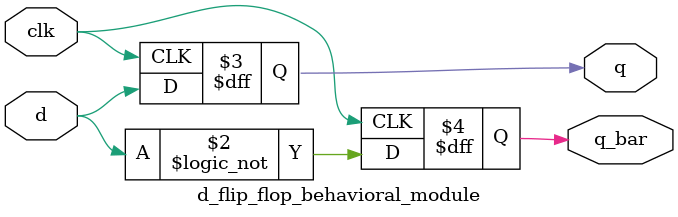
<source format=v>

module d_flip_flop_behavioral_module (d, clk, q, q_bar);
	input d;
	input clk; // clock

	output q, q_bar;
	reg q, q_bar;
	
	always @ (posedge clk)
	begin
		q <= d;
		q_bar <= !d;
	end
endmodule

</source>
